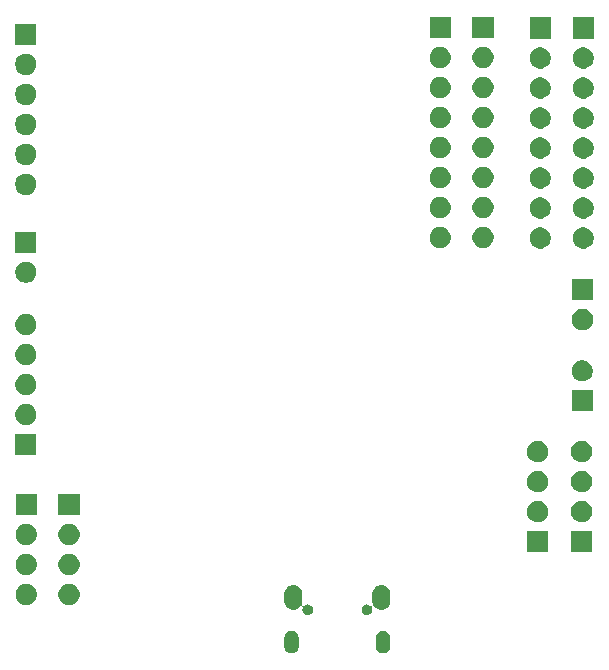
<source format=gbr>
G04 #@! TF.GenerationSoftware,KiCad,Pcbnew,5.1.5+dfsg1-2build2*
G04 #@! TF.CreationDate,2020-06-17T17:16:26+07:00*
G04 #@! TF.ProjectId,wrover_the_thesis,77726f76-6572-45f7-9468-655f74686573,rev?*
G04 #@! TF.SameCoordinates,Original*
G04 #@! TF.FileFunction,Soldermask,Bot*
G04 #@! TF.FilePolarity,Negative*
%FSLAX46Y46*%
G04 Gerber Fmt 4.6, Leading zero omitted, Abs format (unit mm)*
G04 Created by KiCad (PCBNEW 5.1.5+dfsg1-2build2) date 2020-06-17 17:16:26*
%MOMM*%
%LPD*%
G04 APERTURE LIST*
%ADD10C,0.100000*%
G04 APERTURE END LIST*
D10*
G36*
X65437714Y-97568058D02*
G01*
X65555721Y-97603855D01*
X65664468Y-97661981D01*
X65759790Y-97740210D01*
X65838019Y-97835532D01*
X65896145Y-97944278D01*
X65931942Y-98062285D01*
X65941000Y-98154254D01*
X65941000Y-98865746D01*
X65931942Y-98957715D01*
X65896145Y-99075722D01*
X65838019Y-99184468D01*
X65759790Y-99279790D01*
X65664468Y-99358019D01*
X65555722Y-99416145D01*
X65437715Y-99451942D01*
X65315000Y-99464028D01*
X65192286Y-99451942D01*
X65074279Y-99416145D01*
X64965533Y-99358019D01*
X64870211Y-99279790D01*
X64791982Y-99184468D01*
X64733855Y-99075721D01*
X64698058Y-98957715D01*
X64689000Y-98865746D01*
X64689000Y-98154255D01*
X64698058Y-98062286D01*
X64733855Y-97944279D01*
X64791981Y-97835532D01*
X64870210Y-97740210D01*
X64965532Y-97661981D01*
X65074278Y-97603855D01*
X65192285Y-97568058D01*
X65315000Y-97555972D01*
X65437714Y-97568058D01*
G37*
G36*
X73187714Y-97568058D02*
G01*
X73305721Y-97603855D01*
X73414468Y-97661981D01*
X73509790Y-97740210D01*
X73588019Y-97835532D01*
X73646145Y-97944278D01*
X73681942Y-98062285D01*
X73691000Y-98154254D01*
X73691000Y-98865746D01*
X73681942Y-98957715D01*
X73646145Y-99075722D01*
X73588019Y-99184468D01*
X73509790Y-99279790D01*
X73414468Y-99358019D01*
X73305722Y-99416145D01*
X73187715Y-99451942D01*
X73065000Y-99464028D01*
X72942286Y-99451942D01*
X72824279Y-99416145D01*
X72715533Y-99358019D01*
X72620211Y-99279790D01*
X72541982Y-99184468D01*
X72483855Y-99075721D01*
X72448058Y-98957715D01*
X72439000Y-98865746D01*
X72439000Y-98154255D01*
X72448058Y-98062286D01*
X72483855Y-97944279D01*
X72541981Y-97835532D01*
X72620210Y-97740210D01*
X72715532Y-97661981D01*
X72824278Y-97603855D01*
X72942285Y-97568058D01*
X73065000Y-97555972D01*
X73187714Y-97568058D01*
G37*
G36*
X73067120Y-93670228D02*
G01*
X73213401Y-93714602D01*
X73348206Y-93786657D01*
X73466367Y-93883628D01*
X73563345Y-94001796D01*
X73635398Y-94136598D01*
X73679772Y-94282879D01*
X73691000Y-94396882D01*
X73691000Y-95023118D01*
X73679772Y-95137121D01*
X73635398Y-95283402D01*
X73563345Y-95418204D01*
X73563343Y-95418206D01*
X73563342Y-95418208D01*
X73466369Y-95536369D01*
X73409707Y-95582871D01*
X73348204Y-95633345D01*
X73213402Y-95705398D01*
X73067121Y-95749772D01*
X72915000Y-95764754D01*
X72762880Y-95749772D01*
X72616599Y-95705398D01*
X72481797Y-95633345D01*
X72363628Y-95536366D01*
X72336711Y-95503568D01*
X72319384Y-95486241D01*
X72299009Y-95472627D01*
X72276370Y-95463250D01*
X72252337Y-95458470D01*
X72227833Y-95458470D01*
X72203800Y-95463251D01*
X72181161Y-95472628D01*
X72160787Y-95486242D01*
X72143460Y-95503569D01*
X72129846Y-95523944D01*
X72120469Y-95546583D01*
X72115689Y-95570616D01*
X72115689Y-95595120D01*
X72120470Y-95619153D01*
X72123510Y-95627648D01*
X72141000Y-95715579D01*
X72141000Y-95804421D01*
X72123669Y-95891552D01*
X72089672Y-95973627D01*
X72089671Y-95973629D01*
X72040314Y-96047496D01*
X71977496Y-96110314D01*
X71903629Y-96159671D01*
X71903628Y-96159672D01*
X71903627Y-96159672D01*
X71821552Y-96193669D01*
X71734421Y-96211000D01*
X71645579Y-96211000D01*
X71558448Y-96193669D01*
X71476373Y-96159672D01*
X71476372Y-96159672D01*
X71476371Y-96159671D01*
X71402504Y-96110314D01*
X71339686Y-96047496D01*
X71290329Y-95973629D01*
X71290328Y-95973627D01*
X71256331Y-95891552D01*
X71239000Y-95804421D01*
X71239000Y-95715579D01*
X71256331Y-95628448D01*
X71290328Y-95546373D01*
X71305315Y-95523944D01*
X71330507Y-95486241D01*
X71339685Y-95472505D01*
X71402505Y-95409685D01*
X71475014Y-95361236D01*
X71476371Y-95360329D01*
X71476373Y-95360328D01*
X71558448Y-95326331D01*
X71645579Y-95309000D01*
X71734421Y-95309000D01*
X71821552Y-95326331D01*
X71903627Y-95360328D01*
X71903629Y-95360329D01*
X71904986Y-95361236D01*
X71977495Y-95409685D01*
X71993048Y-95425238D01*
X72011990Y-95440783D01*
X72033601Y-95452334D01*
X72057050Y-95459447D01*
X72081436Y-95461849D01*
X72105822Y-95459447D01*
X72129271Y-95452334D01*
X72150882Y-95440783D01*
X72169824Y-95425238D01*
X72185369Y-95406296D01*
X72196920Y-95384685D01*
X72204033Y-95361236D01*
X72206435Y-95336850D01*
X72204033Y-95312464D01*
X72196920Y-95289015D01*
X72195204Y-95285386D01*
X72150228Y-95137121D01*
X72139000Y-95023118D01*
X72139000Y-94396883D01*
X72150228Y-94282880D01*
X72194602Y-94136599D01*
X72266657Y-94001794D01*
X72363628Y-93883633D01*
X72481796Y-93786655D01*
X72616598Y-93714602D01*
X72762879Y-93670228D01*
X72915000Y-93655246D01*
X73067120Y-93670228D01*
G37*
G36*
X65617120Y-93670228D02*
G01*
X65763401Y-93714602D01*
X65898206Y-93786657D01*
X66016367Y-93883628D01*
X66113345Y-94001796D01*
X66185398Y-94136598D01*
X66229772Y-94282879D01*
X66241000Y-94396882D01*
X66241000Y-95023118D01*
X66229772Y-95137121D01*
X66183598Y-95289336D01*
X66178948Y-95300561D01*
X66174167Y-95324595D01*
X66174167Y-95349099D01*
X66178946Y-95373132D01*
X66188323Y-95395771D01*
X66201936Y-95416146D01*
X66219263Y-95433473D01*
X66239637Y-95447088D01*
X66262275Y-95456466D01*
X66286309Y-95461247D01*
X66310813Y-95461247D01*
X66334846Y-95456468D01*
X66357485Y-95447091D01*
X66377860Y-95433478D01*
X66386952Y-95425238D01*
X66402505Y-95409685D01*
X66475014Y-95361236D01*
X66476371Y-95360329D01*
X66476373Y-95360328D01*
X66558448Y-95326331D01*
X66645579Y-95309000D01*
X66734421Y-95309000D01*
X66821552Y-95326331D01*
X66903627Y-95360328D01*
X66903629Y-95360329D01*
X66904986Y-95361236D01*
X66977495Y-95409685D01*
X67040315Y-95472505D01*
X67049493Y-95486241D01*
X67074686Y-95523944D01*
X67089672Y-95546373D01*
X67123669Y-95628448D01*
X67141000Y-95715579D01*
X67141000Y-95804421D01*
X67123669Y-95891552D01*
X67089672Y-95973627D01*
X67089671Y-95973629D01*
X67040314Y-96047496D01*
X66977496Y-96110314D01*
X66903629Y-96159671D01*
X66903628Y-96159672D01*
X66903627Y-96159672D01*
X66821552Y-96193669D01*
X66734421Y-96211000D01*
X66645579Y-96211000D01*
X66558448Y-96193669D01*
X66476373Y-96159672D01*
X66476372Y-96159672D01*
X66476371Y-96159671D01*
X66402504Y-96110314D01*
X66339686Y-96047496D01*
X66290329Y-95973629D01*
X66290328Y-95973627D01*
X66256331Y-95891552D01*
X66239000Y-95804421D01*
X66239000Y-95715579D01*
X66256807Y-95626054D01*
X66262510Y-95607257D01*
X66264912Y-95582871D01*
X66262511Y-95558485D01*
X66255398Y-95535036D01*
X66243847Y-95513425D01*
X66228302Y-95494483D01*
X66209361Y-95478937D01*
X66187750Y-95467386D01*
X66164301Y-95460272D01*
X66139915Y-95457870D01*
X66115529Y-95460271D01*
X66092080Y-95467384D01*
X66070469Y-95478935D01*
X66051527Y-95494480D01*
X66043288Y-95503570D01*
X66016372Y-95536367D01*
X65898204Y-95633345D01*
X65763402Y-95705398D01*
X65617121Y-95749772D01*
X65465000Y-95764754D01*
X65312880Y-95749772D01*
X65166599Y-95705398D01*
X65031797Y-95633345D01*
X64970295Y-95582871D01*
X64913632Y-95536369D01*
X64886714Y-95503570D01*
X64816657Y-95418206D01*
X64744601Y-95283400D01*
X64700228Y-95137121D01*
X64689000Y-95023118D01*
X64689000Y-94396883D01*
X64700228Y-94282880D01*
X64744602Y-94136599D01*
X64816657Y-94001794D01*
X64913628Y-93883633D01*
X65031796Y-93786655D01*
X65166598Y-93714602D01*
X65312879Y-93670228D01*
X65465000Y-93655246D01*
X65617120Y-93670228D01*
G37*
G36*
X46583512Y-93573927D02*
G01*
X46732812Y-93603624D01*
X46896784Y-93671544D01*
X47044354Y-93770147D01*
X47169853Y-93895646D01*
X47268456Y-94043216D01*
X47336376Y-94207188D01*
X47371000Y-94381259D01*
X47371000Y-94558741D01*
X47336376Y-94732812D01*
X47268456Y-94896784D01*
X47169853Y-95044354D01*
X47044354Y-95169853D01*
X46896784Y-95268456D01*
X46732812Y-95336376D01*
X46583512Y-95366073D01*
X46558742Y-95371000D01*
X46381258Y-95371000D01*
X46356488Y-95366073D01*
X46207188Y-95336376D01*
X46043216Y-95268456D01*
X45895646Y-95169853D01*
X45770147Y-95044354D01*
X45671544Y-94896784D01*
X45603624Y-94732812D01*
X45569000Y-94558741D01*
X45569000Y-94381259D01*
X45603624Y-94207188D01*
X45671544Y-94043216D01*
X45770147Y-93895646D01*
X45895646Y-93770147D01*
X46043216Y-93671544D01*
X46207188Y-93603624D01*
X46356488Y-93573927D01*
X46381258Y-93569000D01*
X46558742Y-93569000D01*
X46583512Y-93573927D01*
G37*
G36*
X42963512Y-93573927D02*
G01*
X43112812Y-93603624D01*
X43276784Y-93671544D01*
X43424354Y-93770147D01*
X43549853Y-93895646D01*
X43648456Y-94043216D01*
X43716376Y-94207188D01*
X43751000Y-94381259D01*
X43751000Y-94558741D01*
X43716376Y-94732812D01*
X43648456Y-94896784D01*
X43549853Y-95044354D01*
X43424354Y-95169853D01*
X43276784Y-95268456D01*
X43112812Y-95336376D01*
X42963512Y-95366073D01*
X42938742Y-95371000D01*
X42761258Y-95371000D01*
X42736488Y-95366073D01*
X42587188Y-95336376D01*
X42423216Y-95268456D01*
X42275646Y-95169853D01*
X42150147Y-95044354D01*
X42051544Y-94896784D01*
X41983624Y-94732812D01*
X41949000Y-94558741D01*
X41949000Y-94381259D01*
X41983624Y-94207188D01*
X42051544Y-94043216D01*
X42150147Y-93895646D01*
X42275646Y-93770147D01*
X42423216Y-93671544D01*
X42587188Y-93603624D01*
X42736488Y-93573927D01*
X42761258Y-93569000D01*
X42938742Y-93569000D01*
X42963512Y-93573927D01*
G37*
G36*
X42963512Y-91033927D02*
G01*
X43112812Y-91063624D01*
X43276784Y-91131544D01*
X43424354Y-91230147D01*
X43549853Y-91355646D01*
X43648456Y-91503216D01*
X43716376Y-91667188D01*
X43751000Y-91841259D01*
X43751000Y-92018741D01*
X43716376Y-92192812D01*
X43648456Y-92356784D01*
X43549853Y-92504354D01*
X43424354Y-92629853D01*
X43276784Y-92728456D01*
X43112812Y-92796376D01*
X42963512Y-92826073D01*
X42938742Y-92831000D01*
X42761258Y-92831000D01*
X42736488Y-92826073D01*
X42587188Y-92796376D01*
X42423216Y-92728456D01*
X42275646Y-92629853D01*
X42150147Y-92504354D01*
X42051544Y-92356784D01*
X41983624Y-92192812D01*
X41949000Y-92018741D01*
X41949000Y-91841259D01*
X41983624Y-91667188D01*
X42051544Y-91503216D01*
X42150147Y-91355646D01*
X42275646Y-91230147D01*
X42423216Y-91131544D01*
X42587188Y-91063624D01*
X42736488Y-91033927D01*
X42761258Y-91029000D01*
X42938742Y-91029000D01*
X42963512Y-91033927D01*
G37*
G36*
X46583512Y-91033927D02*
G01*
X46732812Y-91063624D01*
X46896784Y-91131544D01*
X47044354Y-91230147D01*
X47169853Y-91355646D01*
X47268456Y-91503216D01*
X47336376Y-91667188D01*
X47371000Y-91841259D01*
X47371000Y-92018741D01*
X47336376Y-92192812D01*
X47268456Y-92356784D01*
X47169853Y-92504354D01*
X47044354Y-92629853D01*
X46896784Y-92728456D01*
X46732812Y-92796376D01*
X46583512Y-92826073D01*
X46558742Y-92831000D01*
X46381258Y-92831000D01*
X46356488Y-92826073D01*
X46207188Y-92796376D01*
X46043216Y-92728456D01*
X45895646Y-92629853D01*
X45770147Y-92504354D01*
X45671544Y-92356784D01*
X45603624Y-92192812D01*
X45569000Y-92018741D01*
X45569000Y-91841259D01*
X45603624Y-91667188D01*
X45671544Y-91503216D01*
X45770147Y-91355646D01*
X45895646Y-91230147D01*
X46043216Y-91131544D01*
X46207188Y-91063624D01*
X46356488Y-91033927D01*
X46381258Y-91029000D01*
X46558742Y-91029000D01*
X46583512Y-91033927D01*
G37*
G36*
X87051000Y-90901000D02*
G01*
X85249000Y-90901000D01*
X85249000Y-89099000D01*
X87051000Y-89099000D01*
X87051000Y-90901000D01*
G37*
G36*
X90781000Y-90881000D02*
G01*
X88979000Y-90881000D01*
X88979000Y-89079000D01*
X90781000Y-89079000D01*
X90781000Y-90881000D01*
G37*
G36*
X46583512Y-88493927D02*
G01*
X46732812Y-88523624D01*
X46896784Y-88591544D01*
X47044354Y-88690147D01*
X47169853Y-88815646D01*
X47268456Y-88963216D01*
X47336376Y-89127188D01*
X47371000Y-89301259D01*
X47371000Y-89478741D01*
X47336376Y-89652812D01*
X47268456Y-89816784D01*
X47169853Y-89964354D01*
X47044354Y-90089853D01*
X46896784Y-90188456D01*
X46732812Y-90256376D01*
X46583512Y-90286073D01*
X46558742Y-90291000D01*
X46381258Y-90291000D01*
X46356488Y-90286073D01*
X46207188Y-90256376D01*
X46043216Y-90188456D01*
X45895646Y-90089853D01*
X45770147Y-89964354D01*
X45671544Y-89816784D01*
X45603624Y-89652812D01*
X45569000Y-89478741D01*
X45569000Y-89301259D01*
X45603624Y-89127188D01*
X45671544Y-88963216D01*
X45770147Y-88815646D01*
X45895646Y-88690147D01*
X46043216Y-88591544D01*
X46207188Y-88523624D01*
X46356488Y-88493927D01*
X46381258Y-88489000D01*
X46558742Y-88489000D01*
X46583512Y-88493927D01*
G37*
G36*
X42963512Y-88493927D02*
G01*
X43112812Y-88523624D01*
X43276784Y-88591544D01*
X43424354Y-88690147D01*
X43549853Y-88815646D01*
X43648456Y-88963216D01*
X43716376Y-89127188D01*
X43751000Y-89301259D01*
X43751000Y-89478741D01*
X43716376Y-89652812D01*
X43648456Y-89816784D01*
X43549853Y-89964354D01*
X43424354Y-90089853D01*
X43276784Y-90188456D01*
X43112812Y-90256376D01*
X42963512Y-90286073D01*
X42938742Y-90291000D01*
X42761258Y-90291000D01*
X42736488Y-90286073D01*
X42587188Y-90256376D01*
X42423216Y-90188456D01*
X42275646Y-90089853D01*
X42150147Y-89964354D01*
X42051544Y-89816784D01*
X41983624Y-89652812D01*
X41949000Y-89478741D01*
X41949000Y-89301259D01*
X41983624Y-89127188D01*
X42051544Y-88963216D01*
X42150147Y-88815646D01*
X42275646Y-88690147D01*
X42423216Y-88591544D01*
X42587188Y-88523624D01*
X42736488Y-88493927D01*
X42761258Y-88489000D01*
X42938742Y-88489000D01*
X42963512Y-88493927D01*
G37*
G36*
X86263512Y-86563927D02*
G01*
X86412812Y-86593624D01*
X86576784Y-86661544D01*
X86724354Y-86760147D01*
X86849853Y-86885646D01*
X86948456Y-87033216D01*
X87016376Y-87197188D01*
X87051000Y-87371259D01*
X87051000Y-87548741D01*
X87016376Y-87722812D01*
X86948456Y-87886784D01*
X86849853Y-88034354D01*
X86724354Y-88159853D01*
X86576784Y-88258456D01*
X86412812Y-88326376D01*
X86263512Y-88356073D01*
X86238742Y-88361000D01*
X86061258Y-88361000D01*
X86036488Y-88356073D01*
X85887188Y-88326376D01*
X85723216Y-88258456D01*
X85575646Y-88159853D01*
X85450147Y-88034354D01*
X85351544Y-87886784D01*
X85283624Y-87722812D01*
X85249000Y-87548741D01*
X85249000Y-87371259D01*
X85283624Y-87197188D01*
X85351544Y-87033216D01*
X85450147Y-86885646D01*
X85575646Y-86760147D01*
X85723216Y-86661544D01*
X85887188Y-86593624D01*
X86036488Y-86563927D01*
X86061258Y-86559000D01*
X86238742Y-86559000D01*
X86263512Y-86563927D01*
G37*
G36*
X89993512Y-86543927D02*
G01*
X90142812Y-86573624D01*
X90306784Y-86641544D01*
X90454354Y-86740147D01*
X90579853Y-86865646D01*
X90678456Y-87013216D01*
X90746376Y-87177188D01*
X90781000Y-87351259D01*
X90781000Y-87528741D01*
X90746376Y-87702812D01*
X90678456Y-87866784D01*
X90579853Y-88014354D01*
X90454354Y-88139853D01*
X90306784Y-88238456D01*
X90142812Y-88306376D01*
X89993512Y-88336073D01*
X89968742Y-88341000D01*
X89791258Y-88341000D01*
X89766488Y-88336073D01*
X89617188Y-88306376D01*
X89453216Y-88238456D01*
X89305646Y-88139853D01*
X89180147Y-88014354D01*
X89081544Y-87866784D01*
X89013624Y-87702812D01*
X88979000Y-87528741D01*
X88979000Y-87351259D01*
X89013624Y-87177188D01*
X89081544Y-87013216D01*
X89180147Y-86865646D01*
X89305646Y-86740147D01*
X89453216Y-86641544D01*
X89617188Y-86573624D01*
X89766488Y-86543927D01*
X89791258Y-86539000D01*
X89968742Y-86539000D01*
X89993512Y-86543927D01*
G37*
G36*
X43751000Y-87751000D02*
G01*
X41949000Y-87751000D01*
X41949000Y-85949000D01*
X43751000Y-85949000D01*
X43751000Y-87751000D01*
G37*
G36*
X47371000Y-87751000D02*
G01*
X45569000Y-87751000D01*
X45569000Y-85949000D01*
X47371000Y-85949000D01*
X47371000Y-87751000D01*
G37*
G36*
X86263512Y-84023927D02*
G01*
X86412812Y-84053624D01*
X86576784Y-84121544D01*
X86724354Y-84220147D01*
X86849853Y-84345646D01*
X86948456Y-84493216D01*
X87016376Y-84657188D01*
X87051000Y-84831259D01*
X87051000Y-85008741D01*
X87016376Y-85182812D01*
X86948456Y-85346784D01*
X86849853Y-85494354D01*
X86724354Y-85619853D01*
X86576784Y-85718456D01*
X86412812Y-85786376D01*
X86263512Y-85816073D01*
X86238742Y-85821000D01*
X86061258Y-85821000D01*
X86036488Y-85816073D01*
X85887188Y-85786376D01*
X85723216Y-85718456D01*
X85575646Y-85619853D01*
X85450147Y-85494354D01*
X85351544Y-85346784D01*
X85283624Y-85182812D01*
X85249000Y-85008741D01*
X85249000Y-84831259D01*
X85283624Y-84657188D01*
X85351544Y-84493216D01*
X85450147Y-84345646D01*
X85575646Y-84220147D01*
X85723216Y-84121544D01*
X85887188Y-84053624D01*
X86036488Y-84023927D01*
X86061258Y-84019000D01*
X86238742Y-84019000D01*
X86263512Y-84023927D01*
G37*
G36*
X89993512Y-84003927D02*
G01*
X90142812Y-84033624D01*
X90306784Y-84101544D01*
X90454354Y-84200147D01*
X90579853Y-84325646D01*
X90678456Y-84473216D01*
X90746376Y-84637188D01*
X90781000Y-84811259D01*
X90781000Y-84988741D01*
X90746376Y-85162812D01*
X90678456Y-85326784D01*
X90579853Y-85474354D01*
X90454354Y-85599853D01*
X90306784Y-85698456D01*
X90142812Y-85766376D01*
X89993512Y-85796073D01*
X89968742Y-85801000D01*
X89791258Y-85801000D01*
X89766488Y-85796073D01*
X89617188Y-85766376D01*
X89453216Y-85698456D01*
X89305646Y-85599853D01*
X89180147Y-85474354D01*
X89081544Y-85326784D01*
X89013624Y-85162812D01*
X88979000Y-84988741D01*
X88979000Y-84811259D01*
X89013624Y-84637188D01*
X89081544Y-84473216D01*
X89180147Y-84325646D01*
X89305646Y-84200147D01*
X89453216Y-84101544D01*
X89617188Y-84033624D01*
X89766488Y-84003927D01*
X89791258Y-83999000D01*
X89968742Y-83999000D01*
X89993512Y-84003927D01*
G37*
G36*
X86263512Y-81483927D02*
G01*
X86412812Y-81513624D01*
X86576784Y-81581544D01*
X86724354Y-81680147D01*
X86849853Y-81805646D01*
X86948456Y-81953216D01*
X87016376Y-82117188D01*
X87051000Y-82291259D01*
X87051000Y-82468741D01*
X87016376Y-82642812D01*
X86948456Y-82806784D01*
X86849853Y-82954354D01*
X86724354Y-83079853D01*
X86576784Y-83178456D01*
X86412812Y-83246376D01*
X86263512Y-83276073D01*
X86238742Y-83281000D01*
X86061258Y-83281000D01*
X86036488Y-83276073D01*
X85887188Y-83246376D01*
X85723216Y-83178456D01*
X85575646Y-83079853D01*
X85450147Y-82954354D01*
X85351544Y-82806784D01*
X85283624Y-82642812D01*
X85249000Y-82468741D01*
X85249000Y-82291259D01*
X85283624Y-82117188D01*
X85351544Y-81953216D01*
X85450147Y-81805646D01*
X85575646Y-81680147D01*
X85723216Y-81581544D01*
X85887188Y-81513624D01*
X86036488Y-81483927D01*
X86061258Y-81479000D01*
X86238742Y-81479000D01*
X86263512Y-81483927D01*
G37*
G36*
X89993512Y-81463927D02*
G01*
X90142812Y-81493624D01*
X90306784Y-81561544D01*
X90454354Y-81660147D01*
X90579853Y-81785646D01*
X90678456Y-81933216D01*
X90746376Y-82097188D01*
X90781000Y-82271259D01*
X90781000Y-82448741D01*
X90746376Y-82622812D01*
X90678456Y-82786784D01*
X90579853Y-82934354D01*
X90454354Y-83059853D01*
X90306784Y-83158456D01*
X90142812Y-83226376D01*
X89993512Y-83256073D01*
X89968742Y-83261000D01*
X89791258Y-83261000D01*
X89766488Y-83256073D01*
X89617188Y-83226376D01*
X89453216Y-83158456D01*
X89305646Y-83059853D01*
X89180147Y-82934354D01*
X89081544Y-82786784D01*
X89013624Y-82622812D01*
X88979000Y-82448741D01*
X88979000Y-82271259D01*
X89013624Y-82097188D01*
X89081544Y-81933216D01*
X89180147Y-81785646D01*
X89305646Y-81660147D01*
X89453216Y-81561544D01*
X89617188Y-81493624D01*
X89766488Y-81463927D01*
X89791258Y-81459000D01*
X89968742Y-81459000D01*
X89993512Y-81463927D01*
G37*
G36*
X43721000Y-82681000D02*
G01*
X41919000Y-82681000D01*
X41919000Y-80879000D01*
X43721000Y-80879000D01*
X43721000Y-82681000D01*
G37*
G36*
X42933512Y-78343927D02*
G01*
X43082812Y-78373624D01*
X43246784Y-78441544D01*
X43394354Y-78540147D01*
X43519853Y-78665646D01*
X43618456Y-78813216D01*
X43686376Y-78977188D01*
X43721000Y-79151259D01*
X43721000Y-79328741D01*
X43686376Y-79502812D01*
X43618456Y-79666784D01*
X43519853Y-79814354D01*
X43394354Y-79939853D01*
X43246784Y-80038456D01*
X43082812Y-80106376D01*
X42933512Y-80136073D01*
X42908742Y-80141000D01*
X42731258Y-80141000D01*
X42706488Y-80136073D01*
X42557188Y-80106376D01*
X42393216Y-80038456D01*
X42245646Y-79939853D01*
X42120147Y-79814354D01*
X42021544Y-79666784D01*
X41953624Y-79502812D01*
X41919000Y-79328741D01*
X41919000Y-79151259D01*
X41953624Y-78977188D01*
X42021544Y-78813216D01*
X42120147Y-78665646D01*
X42245646Y-78540147D01*
X42393216Y-78441544D01*
X42557188Y-78373624D01*
X42706488Y-78343927D01*
X42731258Y-78339000D01*
X42908742Y-78339000D01*
X42933512Y-78343927D01*
G37*
G36*
X90821000Y-78971000D02*
G01*
X89019000Y-78971000D01*
X89019000Y-77169000D01*
X90821000Y-77169000D01*
X90821000Y-78971000D01*
G37*
G36*
X42933512Y-75803927D02*
G01*
X43082812Y-75833624D01*
X43246784Y-75901544D01*
X43394354Y-76000147D01*
X43519853Y-76125646D01*
X43618456Y-76273216D01*
X43686376Y-76437188D01*
X43721000Y-76611259D01*
X43721000Y-76788741D01*
X43686376Y-76962812D01*
X43618456Y-77126784D01*
X43519853Y-77274354D01*
X43394354Y-77399853D01*
X43246784Y-77498456D01*
X43082812Y-77566376D01*
X42933512Y-77596073D01*
X42908742Y-77601000D01*
X42731258Y-77601000D01*
X42706488Y-77596073D01*
X42557188Y-77566376D01*
X42393216Y-77498456D01*
X42245646Y-77399853D01*
X42120147Y-77274354D01*
X42021544Y-77126784D01*
X41953624Y-76962812D01*
X41919000Y-76788741D01*
X41919000Y-76611259D01*
X41953624Y-76437188D01*
X42021544Y-76273216D01*
X42120147Y-76125646D01*
X42245646Y-76000147D01*
X42393216Y-75901544D01*
X42557188Y-75833624D01*
X42706488Y-75803927D01*
X42731258Y-75799000D01*
X42908742Y-75799000D01*
X42933512Y-75803927D01*
G37*
G36*
X90033512Y-74633927D02*
G01*
X90182812Y-74663624D01*
X90346784Y-74731544D01*
X90494354Y-74830147D01*
X90619853Y-74955646D01*
X90718456Y-75103216D01*
X90786376Y-75267188D01*
X90821000Y-75441259D01*
X90821000Y-75618741D01*
X90786376Y-75792812D01*
X90718456Y-75956784D01*
X90619853Y-76104354D01*
X90494354Y-76229853D01*
X90346784Y-76328456D01*
X90182812Y-76396376D01*
X90033512Y-76426073D01*
X90008742Y-76431000D01*
X89831258Y-76431000D01*
X89806488Y-76426073D01*
X89657188Y-76396376D01*
X89493216Y-76328456D01*
X89345646Y-76229853D01*
X89220147Y-76104354D01*
X89121544Y-75956784D01*
X89053624Y-75792812D01*
X89019000Y-75618741D01*
X89019000Y-75441259D01*
X89053624Y-75267188D01*
X89121544Y-75103216D01*
X89220147Y-74955646D01*
X89345646Y-74830147D01*
X89493216Y-74731544D01*
X89657188Y-74663624D01*
X89806488Y-74633927D01*
X89831258Y-74629000D01*
X90008742Y-74629000D01*
X90033512Y-74633927D01*
G37*
G36*
X42933512Y-73263927D02*
G01*
X43082812Y-73293624D01*
X43246784Y-73361544D01*
X43394354Y-73460147D01*
X43519853Y-73585646D01*
X43618456Y-73733216D01*
X43686376Y-73897188D01*
X43721000Y-74071259D01*
X43721000Y-74248741D01*
X43686376Y-74422812D01*
X43618456Y-74586784D01*
X43519853Y-74734354D01*
X43394354Y-74859853D01*
X43246784Y-74958456D01*
X43082812Y-75026376D01*
X42933512Y-75056073D01*
X42908742Y-75061000D01*
X42731258Y-75061000D01*
X42706488Y-75056073D01*
X42557188Y-75026376D01*
X42393216Y-74958456D01*
X42245646Y-74859853D01*
X42120147Y-74734354D01*
X42021544Y-74586784D01*
X41953624Y-74422812D01*
X41919000Y-74248741D01*
X41919000Y-74071259D01*
X41953624Y-73897188D01*
X42021544Y-73733216D01*
X42120147Y-73585646D01*
X42245646Y-73460147D01*
X42393216Y-73361544D01*
X42557188Y-73293624D01*
X42706488Y-73263927D01*
X42731258Y-73259000D01*
X42908742Y-73259000D01*
X42933512Y-73263927D01*
G37*
G36*
X42933512Y-70723927D02*
G01*
X43082812Y-70753624D01*
X43246784Y-70821544D01*
X43394354Y-70920147D01*
X43519853Y-71045646D01*
X43618456Y-71193216D01*
X43686376Y-71357188D01*
X43721000Y-71531259D01*
X43721000Y-71708741D01*
X43686376Y-71882812D01*
X43618456Y-72046784D01*
X43519853Y-72194354D01*
X43394354Y-72319853D01*
X43246784Y-72418456D01*
X43082812Y-72486376D01*
X42933512Y-72516073D01*
X42908742Y-72521000D01*
X42731258Y-72521000D01*
X42706488Y-72516073D01*
X42557188Y-72486376D01*
X42393216Y-72418456D01*
X42245646Y-72319853D01*
X42120147Y-72194354D01*
X42021544Y-72046784D01*
X41953624Y-71882812D01*
X41919000Y-71708741D01*
X41919000Y-71531259D01*
X41953624Y-71357188D01*
X42021544Y-71193216D01*
X42120147Y-71045646D01*
X42245646Y-70920147D01*
X42393216Y-70821544D01*
X42557188Y-70753624D01*
X42706488Y-70723927D01*
X42731258Y-70719000D01*
X42908742Y-70719000D01*
X42933512Y-70723927D01*
G37*
G36*
X90063512Y-70293927D02*
G01*
X90212812Y-70323624D01*
X90376784Y-70391544D01*
X90524354Y-70490147D01*
X90649853Y-70615646D01*
X90748456Y-70763216D01*
X90816376Y-70927188D01*
X90851000Y-71101259D01*
X90851000Y-71278741D01*
X90816376Y-71452812D01*
X90748456Y-71616784D01*
X90649853Y-71764354D01*
X90524354Y-71889853D01*
X90376784Y-71988456D01*
X90212812Y-72056376D01*
X90063512Y-72086073D01*
X90038742Y-72091000D01*
X89861258Y-72091000D01*
X89836488Y-72086073D01*
X89687188Y-72056376D01*
X89523216Y-71988456D01*
X89375646Y-71889853D01*
X89250147Y-71764354D01*
X89151544Y-71616784D01*
X89083624Y-71452812D01*
X89049000Y-71278741D01*
X89049000Y-71101259D01*
X89083624Y-70927188D01*
X89151544Y-70763216D01*
X89250147Y-70615646D01*
X89375646Y-70490147D01*
X89523216Y-70391544D01*
X89687188Y-70323624D01*
X89836488Y-70293927D01*
X89861258Y-70289000D01*
X90038742Y-70289000D01*
X90063512Y-70293927D01*
G37*
G36*
X90851000Y-69551000D02*
G01*
X89049000Y-69551000D01*
X89049000Y-67749000D01*
X90851000Y-67749000D01*
X90851000Y-69551000D01*
G37*
G36*
X42933512Y-66283927D02*
G01*
X43082812Y-66313624D01*
X43246784Y-66381544D01*
X43394354Y-66480147D01*
X43519853Y-66605646D01*
X43618456Y-66753216D01*
X43686376Y-66917188D01*
X43721000Y-67091259D01*
X43721000Y-67268741D01*
X43686376Y-67442812D01*
X43618456Y-67606784D01*
X43519853Y-67754354D01*
X43394354Y-67879853D01*
X43246784Y-67978456D01*
X43082812Y-68046376D01*
X42933512Y-68076073D01*
X42908742Y-68081000D01*
X42731258Y-68081000D01*
X42706488Y-68076073D01*
X42557188Y-68046376D01*
X42393216Y-67978456D01*
X42245646Y-67879853D01*
X42120147Y-67754354D01*
X42021544Y-67606784D01*
X41953624Y-67442812D01*
X41919000Y-67268741D01*
X41919000Y-67091259D01*
X41953624Y-66917188D01*
X42021544Y-66753216D01*
X42120147Y-66605646D01*
X42245646Y-66480147D01*
X42393216Y-66381544D01*
X42557188Y-66313624D01*
X42706488Y-66283927D01*
X42731258Y-66279000D01*
X42908742Y-66279000D01*
X42933512Y-66283927D01*
G37*
G36*
X43721000Y-65541000D02*
G01*
X41919000Y-65541000D01*
X41919000Y-63739000D01*
X43721000Y-63739000D01*
X43721000Y-65541000D01*
G37*
G36*
X90123512Y-63393927D02*
G01*
X90272812Y-63423624D01*
X90436784Y-63491544D01*
X90584354Y-63590147D01*
X90709853Y-63715646D01*
X90808456Y-63863216D01*
X90876376Y-64027188D01*
X90911000Y-64201259D01*
X90911000Y-64378741D01*
X90876376Y-64552812D01*
X90808456Y-64716784D01*
X90709853Y-64864354D01*
X90584354Y-64989853D01*
X90436784Y-65088456D01*
X90272812Y-65156376D01*
X90123512Y-65186073D01*
X90098742Y-65191000D01*
X89921258Y-65191000D01*
X89896488Y-65186073D01*
X89747188Y-65156376D01*
X89583216Y-65088456D01*
X89435646Y-64989853D01*
X89310147Y-64864354D01*
X89211544Y-64716784D01*
X89143624Y-64552812D01*
X89109000Y-64378741D01*
X89109000Y-64201259D01*
X89143624Y-64027188D01*
X89211544Y-63863216D01*
X89310147Y-63715646D01*
X89435646Y-63590147D01*
X89583216Y-63491544D01*
X89747188Y-63423624D01*
X89896488Y-63393927D01*
X89921258Y-63389000D01*
X90098742Y-63389000D01*
X90123512Y-63393927D01*
G37*
G36*
X86483512Y-63393927D02*
G01*
X86632812Y-63423624D01*
X86796784Y-63491544D01*
X86944354Y-63590147D01*
X87069853Y-63715646D01*
X87168456Y-63863216D01*
X87236376Y-64027188D01*
X87271000Y-64201259D01*
X87271000Y-64378741D01*
X87236376Y-64552812D01*
X87168456Y-64716784D01*
X87069853Y-64864354D01*
X86944354Y-64989853D01*
X86796784Y-65088456D01*
X86632812Y-65156376D01*
X86483512Y-65186073D01*
X86458742Y-65191000D01*
X86281258Y-65191000D01*
X86256488Y-65186073D01*
X86107188Y-65156376D01*
X85943216Y-65088456D01*
X85795646Y-64989853D01*
X85670147Y-64864354D01*
X85571544Y-64716784D01*
X85503624Y-64552812D01*
X85469000Y-64378741D01*
X85469000Y-64201259D01*
X85503624Y-64027188D01*
X85571544Y-63863216D01*
X85670147Y-63715646D01*
X85795646Y-63590147D01*
X85943216Y-63491544D01*
X86107188Y-63423624D01*
X86256488Y-63393927D01*
X86281258Y-63389000D01*
X86458742Y-63389000D01*
X86483512Y-63393927D01*
G37*
G36*
X78013512Y-63353927D02*
G01*
X78162812Y-63383624D01*
X78326784Y-63451544D01*
X78474354Y-63550147D01*
X78599853Y-63675646D01*
X78698456Y-63823216D01*
X78766376Y-63987188D01*
X78801000Y-64161259D01*
X78801000Y-64338741D01*
X78766376Y-64512812D01*
X78698456Y-64676784D01*
X78599853Y-64824354D01*
X78474354Y-64949853D01*
X78326784Y-65048456D01*
X78162812Y-65116376D01*
X78013512Y-65146073D01*
X77988742Y-65151000D01*
X77811258Y-65151000D01*
X77786488Y-65146073D01*
X77637188Y-65116376D01*
X77473216Y-65048456D01*
X77325646Y-64949853D01*
X77200147Y-64824354D01*
X77101544Y-64676784D01*
X77033624Y-64512812D01*
X76999000Y-64338741D01*
X76999000Y-64161259D01*
X77033624Y-63987188D01*
X77101544Y-63823216D01*
X77200147Y-63675646D01*
X77325646Y-63550147D01*
X77473216Y-63451544D01*
X77637188Y-63383624D01*
X77786488Y-63353927D01*
X77811258Y-63349000D01*
X77988742Y-63349000D01*
X78013512Y-63353927D01*
G37*
G36*
X81643512Y-63343927D02*
G01*
X81792812Y-63373624D01*
X81956784Y-63441544D01*
X82104354Y-63540147D01*
X82229853Y-63665646D01*
X82328456Y-63813216D01*
X82396376Y-63977188D01*
X82431000Y-64151259D01*
X82431000Y-64328741D01*
X82396376Y-64502812D01*
X82328456Y-64666784D01*
X82229853Y-64814354D01*
X82104354Y-64939853D01*
X81956784Y-65038456D01*
X81792812Y-65106376D01*
X81643512Y-65136073D01*
X81618742Y-65141000D01*
X81441258Y-65141000D01*
X81416488Y-65136073D01*
X81267188Y-65106376D01*
X81103216Y-65038456D01*
X80955646Y-64939853D01*
X80830147Y-64814354D01*
X80731544Y-64666784D01*
X80663624Y-64502812D01*
X80629000Y-64328741D01*
X80629000Y-64151259D01*
X80663624Y-63977188D01*
X80731544Y-63813216D01*
X80830147Y-63665646D01*
X80955646Y-63540147D01*
X81103216Y-63441544D01*
X81267188Y-63373624D01*
X81416488Y-63343927D01*
X81441258Y-63339000D01*
X81618742Y-63339000D01*
X81643512Y-63343927D01*
G37*
G36*
X90123512Y-60853927D02*
G01*
X90272812Y-60883624D01*
X90436784Y-60951544D01*
X90584354Y-61050147D01*
X90709853Y-61175646D01*
X90808456Y-61323216D01*
X90876376Y-61487188D01*
X90911000Y-61661259D01*
X90911000Y-61838741D01*
X90876376Y-62012812D01*
X90808456Y-62176784D01*
X90709853Y-62324354D01*
X90584354Y-62449853D01*
X90436784Y-62548456D01*
X90272812Y-62616376D01*
X90123512Y-62646073D01*
X90098742Y-62651000D01*
X89921258Y-62651000D01*
X89896488Y-62646073D01*
X89747188Y-62616376D01*
X89583216Y-62548456D01*
X89435646Y-62449853D01*
X89310147Y-62324354D01*
X89211544Y-62176784D01*
X89143624Y-62012812D01*
X89109000Y-61838741D01*
X89109000Y-61661259D01*
X89143624Y-61487188D01*
X89211544Y-61323216D01*
X89310147Y-61175646D01*
X89435646Y-61050147D01*
X89583216Y-60951544D01*
X89747188Y-60883624D01*
X89896488Y-60853927D01*
X89921258Y-60849000D01*
X90098742Y-60849000D01*
X90123512Y-60853927D01*
G37*
G36*
X86483512Y-60853927D02*
G01*
X86632812Y-60883624D01*
X86796784Y-60951544D01*
X86944354Y-61050147D01*
X87069853Y-61175646D01*
X87168456Y-61323216D01*
X87236376Y-61487188D01*
X87271000Y-61661259D01*
X87271000Y-61838741D01*
X87236376Y-62012812D01*
X87168456Y-62176784D01*
X87069853Y-62324354D01*
X86944354Y-62449853D01*
X86796784Y-62548456D01*
X86632812Y-62616376D01*
X86483512Y-62646073D01*
X86458742Y-62651000D01*
X86281258Y-62651000D01*
X86256488Y-62646073D01*
X86107188Y-62616376D01*
X85943216Y-62548456D01*
X85795646Y-62449853D01*
X85670147Y-62324354D01*
X85571544Y-62176784D01*
X85503624Y-62012812D01*
X85469000Y-61838741D01*
X85469000Y-61661259D01*
X85503624Y-61487188D01*
X85571544Y-61323216D01*
X85670147Y-61175646D01*
X85795646Y-61050147D01*
X85943216Y-60951544D01*
X86107188Y-60883624D01*
X86256488Y-60853927D01*
X86281258Y-60849000D01*
X86458742Y-60849000D01*
X86483512Y-60853927D01*
G37*
G36*
X78013512Y-60813927D02*
G01*
X78162812Y-60843624D01*
X78326784Y-60911544D01*
X78474354Y-61010147D01*
X78599853Y-61135646D01*
X78698456Y-61283216D01*
X78766376Y-61447188D01*
X78801000Y-61621259D01*
X78801000Y-61798741D01*
X78766376Y-61972812D01*
X78698456Y-62136784D01*
X78599853Y-62284354D01*
X78474354Y-62409853D01*
X78326784Y-62508456D01*
X78162812Y-62576376D01*
X78013512Y-62606073D01*
X77988742Y-62611000D01*
X77811258Y-62611000D01*
X77786488Y-62606073D01*
X77637188Y-62576376D01*
X77473216Y-62508456D01*
X77325646Y-62409853D01*
X77200147Y-62284354D01*
X77101544Y-62136784D01*
X77033624Y-61972812D01*
X76999000Y-61798741D01*
X76999000Y-61621259D01*
X77033624Y-61447188D01*
X77101544Y-61283216D01*
X77200147Y-61135646D01*
X77325646Y-61010147D01*
X77473216Y-60911544D01*
X77637188Y-60843624D01*
X77786488Y-60813927D01*
X77811258Y-60809000D01*
X77988742Y-60809000D01*
X78013512Y-60813927D01*
G37*
G36*
X81643512Y-60803927D02*
G01*
X81792812Y-60833624D01*
X81956784Y-60901544D01*
X82104354Y-61000147D01*
X82229853Y-61125646D01*
X82328456Y-61273216D01*
X82396376Y-61437188D01*
X82431000Y-61611259D01*
X82431000Y-61788741D01*
X82396376Y-61962812D01*
X82328456Y-62126784D01*
X82229853Y-62274354D01*
X82104354Y-62399853D01*
X81956784Y-62498456D01*
X81792812Y-62566376D01*
X81643512Y-62596073D01*
X81618742Y-62601000D01*
X81441258Y-62601000D01*
X81416488Y-62596073D01*
X81267188Y-62566376D01*
X81103216Y-62498456D01*
X80955646Y-62399853D01*
X80830147Y-62274354D01*
X80731544Y-62126784D01*
X80663624Y-61962812D01*
X80629000Y-61788741D01*
X80629000Y-61611259D01*
X80663624Y-61437188D01*
X80731544Y-61273216D01*
X80830147Y-61125646D01*
X80955646Y-61000147D01*
X81103216Y-60901544D01*
X81267188Y-60833624D01*
X81416488Y-60803927D01*
X81441258Y-60799000D01*
X81618742Y-60799000D01*
X81643512Y-60803927D01*
G37*
G36*
X42923512Y-58843927D02*
G01*
X43072812Y-58873624D01*
X43236784Y-58941544D01*
X43384354Y-59040147D01*
X43509853Y-59165646D01*
X43608456Y-59313216D01*
X43676376Y-59477188D01*
X43706073Y-59626488D01*
X43708121Y-59636782D01*
X43711000Y-59651259D01*
X43711000Y-59828741D01*
X43676376Y-60002812D01*
X43608456Y-60166784D01*
X43509853Y-60314354D01*
X43384354Y-60439853D01*
X43236784Y-60538456D01*
X43072812Y-60606376D01*
X42923512Y-60636073D01*
X42898742Y-60641000D01*
X42721258Y-60641000D01*
X42696488Y-60636073D01*
X42547188Y-60606376D01*
X42383216Y-60538456D01*
X42235646Y-60439853D01*
X42110147Y-60314354D01*
X42011544Y-60166784D01*
X41943624Y-60002812D01*
X41909000Y-59828741D01*
X41909000Y-59651259D01*
X41911880Y-59636782D01*
X41913927Y-59626488D01*
X41943624Y-59477188D01*
X42011544Y-59313216D01*
X42110147Y-59165646D01*
X42235646Y-59040147D01*
X42383216Y-58941544D01*
X42547188Y-58873624D01*
X42696488Y-58843927D01*
X42721258Y-58839000D01*
X42898742Y-58839000D01*
X42923512Y-58843927D01*
G37*
G36*
X86483512Y-58313927D02*
G01*
X86632812Y-58343624D01*
X86796784Y-58411544D01*
X86944354Y-58510147D01*
X87069853Y-58635646D01*
X87168456Y-58783216D01*
X87236376Y-58947188D01*
X87263044Y-59081259D01*
X87271000Y-59121258D01*
X87271000Y-59298742D01*
X87266073Y-59323512D01*
X87236376Y-59472812D01*
X87168456Y-59636784D01*
X87069853Y-59784354D01*
X86944354Y-59909853D01*
X86796784Y-60008456D01*
X86632812Y-60076376D01*
X86483512Y-60106073D01*
X86458742Y-60111000D01*
X86281258Y-60111000D01*
X86256488Y-60106073D01*
X86107188Y-60076376D01*
X85943216Y-60008456D01*
X85795646Y-59909853D01*
X85670147Y-59784354D01*
X85571544Y-59636784D01*
X85503624Y-59472812D01*
X85473927Y-59323512D01*
X85469000Y-59298742D01*
X85469000Y-59121258D01*
X85476956Y-59081259D01*
X85503624Y-58947188D01*
X85571544Y-58783216D01*
X85670147Y-58635646D01*
X85795646Y-58510147D01*
X85943216Y-58411544D01*
X86107188Y-58343624D01*
X86256488Y-58313927D01*
X86281258Y-58309000D01*
X86458742Y-58309000D01*
X86483512Y-58313927D01*
G37*
G36*
X90123512Y-58313927D02*
G01*
X90272812Y-58343624D01*
X90436784Y-58411544D01*
X90584354Y-58510147D01*
X90709853Y-58635646D01*
X90808456Y-58783216D01*
X90876376Y-58947188D01*
X90903044Y-59081259D01*
X90911000Y-59121258D01*
X90911000Y-59298742D01*
X90906073Y-59323512D01*
X90876376Y-59472812D01*
X90808456Y-59636784D01*
X90709853Y-59784354D01*
X90584354Y-59909853D01*
X90436784Y-60008456D01*
X90272812Y-60076376D01*
X90123512Y-60106073D01*
X90098742Y-60111000D01*
X89921258Y-60111000D01*
X89896488Y-60106073D01*
X89747188Y-60076376D01*
X89583216Y-60008456D01*
X89435646Y-59909853D01*
X89310147Y-59784354D01*
X89211544Y-59636784D01*
X89143624Y-59472812D01*
X89113927Y-59323512D01*
X89109000Y-59298742D01*
X89109000Y-59121258D01*
X89116956Y-59081259D01*
X89143624Y-58947188D01*
X89211544Y-58783216D01*
X89310147Y-58635646D01*
X89435646Y-58510147D01*
X89583216Y-58411544D01*
X89747188Y-58343624D01*
X89896488Y-58313927D01*
X89921258Y-58309000D01*
X90098742Y-58309000D01*
X90123512Y-58313927D01*
G37*
G36*
X78013512Y-58273927D02*
G01*
X78162812Y-58303624D01*
X78326784Y-58371544D01*
X78474354Y-58470147D01*
X78599853Y-58595646D01*
X78698456Y-58743216D01*
X78766376Y-58907188D01*
X78801000Y-59081259D01*
X78801000Y-59258741D01*
X78766376Y-59432812D01*
X78698456Y-59596784D01*
X78599853Y-59744354D01*
X78474354Y-59869853D01*
X78326784Y-59968456D01*
X78162812Y-60036376D01*
X78013512Y-60066073D01*
X77988742Y-60071000D01*
X77811258Y-60071000D01*
X77786488Y-60066073D01*
X77637188Y-60036376D01*
X77473216Y-59968456D01*
X77325646Y-59869853D01*
X77200147Y-59744354D01*
X77101544Y-59596784D01*
X77033624Y-59432812D01*
X76999000Y-59258741D01*
X76999000Y-59081259D01*
X77033624Y-58907188D01*
X77101544Y-58743216D01*
X77200147Y-58595646D01*
X77325646Y-58470147D01*
X77473216Y-58371544D01*
X77637188Y-58303624D01*
X77786488Y-58273927D01*
X77811258Y-58269000D01*
X77988742Y-58269000D01*
X78013512Y-58273927D01*
G37*
G36*
X81643512Y-58263927D02*
G01*
X81792812Y-58293624D01*
X81956784Y-58361544D01*
X82104354Y-58460147D01*
X82229853Y-58585646D01*
X82328456Y-58733216D01*
X82396376Y-58897188D01*
X82431000Y-59071259D01*
X82431000Y-59248741D01*
X82396376Y-59422812D01*
X82328456Y-59586784D01*
X82229853Y-59734354D01*
X82104354Y-59859853D01*
X81956784Y-59958456D01*
X81792812Y-60026376D01*
X81643512Y-60056073D01*
X81618742Y-60061000D01*
X81441258Y-60061000D01*
X81416488Y-60056073D01*
X81267188Y-60026376D01*
X81103216Y-59958456D01*
X80955646Y-59859853D01*
X80830147Y-59734354D01*
X80731544Y-59586784D01*
X80663624Y-59422812D01*
X80629000Y-59248741D01*
X80629000Y-59071259D01*
X80663624Y-58897188D01*
X80731544Y-58733216D01*
X80830147Y-58585646D01*
X80955646Y-58460147D01*
X81103216Y-58361544D01*
X81267188Y-58293624D01*
X81416488Y-58263927D01*
X81441258Y-58259000D01*
X81618742Y-58259000D01*
X81643512Y-58263927D01*
G37*
G36*
X42923512Y-56303927D02*
G01*
X43072812Y-56333624D01*
X43236784Y-56401544D01*
X43384354Y-56500147D01*
X43509853Y-56625646D01*
X43608456Y-56773216D01*
X43676376Y-56937188D01*
X43706073Y-57086488D01*
X43708121Y-57096782D01*
X43711000Y-57111259D01*
X43711000Y-57288741D01*
X43676376Y-57462812D01*
X43608456Y-57626784D01*
X43509853Y-57774354D01*
X43384354Y-57899853D01*
X43236784Y-57998456D01*
X43072812Y-58066376D01*
X42923512Y-58096073D01*
X42898742Y-58101000D01*
X42721258Y-58101000D01*
X42696488Y-58096073D01*
X42547188Y-58066376D01*
X42383216Y-57998456D01*
X42235646Y-57899853D01*
X42110147Y-57774354D01*
X42011544Y-57626784D01*
X41943624Y-57462812D01*
X41909000Y-57288741D01*
X41909000Y-57111259D01*
X41911880Y-57096782D01*
X41913927Y-57086488D01*
X41943624Y-56937188D01*
X42011544Y-56773216D01*
X42110147Y-56625646D01*
X42235646Y-56500147D01*
X42383216Y-56401544D01*
X42547188Y-56333624D01*
X42696488Y-56303927D01*
X42721258Y-56299000D01*
X42898742Y-56299000D01*
X42923512Y-56303927D01*
G37*
G36*
X86483512Y-55773927D02*
G01*
X86632812Y-55803624D01*
X86796784Y-55871544D01*
X86944354Y-55970147D01*
X87069853Y-56095646D01*
X87168456Y-56243216D01*
X87236376Y-56407188D01*
X87263044Y-56541259D01*
X87271000Y-56581258D01*
X87271000Y-56758742D01*
X87266073Y-56783512D01*
X87236376Y-56932812D01*
X87168456Y-57096784D01*
X87069853Y-57244354D01*
X86944354Y-57369853D01*
X86796784Y-57468456D01*
X86632812Y-57536376D01*
X86483512Y-57566073D01*
X86458742Y-57571000D01*
X86281258Y-57571000D01*
X86256488Y-57566073D01*
X86107188Y-57536376D01*
X85943216Y-57468456D01*
X85795646Y-57369853D01*
X85670147Y-57244354D01*
X85571544Y-57096784D01*
X85503624Y-56932812D01*
X85473927Y-56783512D01*
X85469000Y-56758742D01*
X85469000Y-56581258D01*
X85476956Y-56541259D01*
X85503624Y-56407188D01*
X85571544Y-56243216D01*
X85670147Y-56095646D01*
X85795646Y-55970147D01*
X85943216Y-55871544D01*
X86107188Y-55803624D01*
X86256488Y-55773927D01*
X86281258Y-55769000D01*
X86458742Y-55769000D01*
X86483512Y-55773927D01*
G37*
G36*
X90123512Y-55773927D02*
G01*
X90272812Y-55803624D01*
X90436784Y-55871544D01*
X90584354Y-55970147D01*
X90709853Y-56095646D01*
X90808456Y-56243216D01*
X90876376Y-56407188D01*
X90903044Y-56541259D01*
X90911000Y-56581258D01*
X90911000Y-56758742D01*
X90906073Y-56783512D01*
X90876376Y-56932812D01*
X90808456Y-57096784D01*
X90709853Y-57244354D01*
X90584354Y-57369853D01*
X90436784Y-57468456D01*
X90272812Y-57536376D01*
X90123512Y-57566073D01*
X90098742Y-57571000D01*
X89921258Y-57571000D01*
X89896488Y-57566073D01*
X89747188Y-57536376D01*
X89583216Y-57468456D01*
X89435646Y-57369853D01*
X89310147Y-57244354D01*
X89211544Y-57096784D01*
X89143624Y-56932812D01*
X89113927Y-56783512D01*
X89109000Y-56758742D01*
X89109000Y-56581258D01*
X89116956Y-56541259D01*
X89143624Y-56407188D01*
X89211544Y-56243216D01*
X89310147Y-56095646D01*
X89435646Y-55970147D01*
X89583216Y-55871544D01*
X89747188Y-55803624D01*
X89896488Y-55773927D01*
X89921258Y-55769000D01*
X90098742Y-55769000D01*
X90123512Y-55773927D01*
G37*
G36*
X78013512Y-55733927D02*
G01*
X78162812Y-55763624D01*
X78326784Y-55831544D01*
X78474354Y-55930147D01*
X78599853Y-56055646D01*
X78698456Y-56203216D01*
X78766376Y-56367188D01*
X78801000Y-56541259D01*
X78801000Y-56718741D01*
X78766376Y-56892812D01*
X78698456Y-57056784D01*
X78599853Y-57204354D01*
X78474354Y-57329853D01*
X78326784Y-57428456D01*
X78162812Y-57496376D01*
X78013512Y-57526073D01*
X77988742Y-57531000D01*
X77811258Y-57531000D01*
X77786488Y-57526073D01*
X77637188Y-57496376D01*
X77473216Y-57428456D01*
X77325646Y-57329853D01*
X77200147Y-57204354D01*
X77101544Y-57056784D01*
X77033624Y-56892812D01*
X76999000Y-56718741D01*
X76999000Y-56541259D01*
X77033624Y-56367188D01*
X77101544Y-56203216D01*
X77200147Y-56055646D01*
X77325646Y-55930147D01*
X77473216Y-55831544D01*
X77637188Y-55763624D01*
X77786488Y-55733927D01*
X77811258Y-55729000D01*
X77988742Y-55729000D01*
X78013512Y-55733927D01*
G37*
G36*
X81643512Y-55723927D02*
G01*
X81792812Y-55753624D01*
X81956784Y-55821544D01*
X82104354Y-55920147D01*
X82229853Y-56045646D01*
X82328456Y-56193216D01*
X82396376Y-56357188D01*
X82431000Y-56531259D01*
X82431000Y-56708741D01*
X82396376Y-56882812D01*
X82328456Y-57046784D01*
X82229853Y-57194354D01*
X82104354Y-57319853D01*
X81956784Y-57418456D01*
X81792812Y-57486376D01*
X81643512Y-57516073D01*
X81618742Y-57521000D01*
X81441258Y-57521000D01*
X81416488Y-57516073D01*
X81267188Y-57486376D01*
X81103216Y-57418456D01*
X80955646Y-57319853D01*
X80830147Y-57194354D01*
X80731544Y-57046784D01*
X80663624Y-56882812D01*
X80629000Y-56708741D01*
X80629000Y-56531259D01*
X80663624Y-56357188D01*
X80731544Y-56193216D01*
X80830147Y-56045646D01*
X80955646Y-55920147D01*
X81103216Y-55821544D01*
X81267188Y-55753624D01*
X81416488Y-55723927D01*
X81441258Y-55719000D01*
X81618742Y-55719000D01*
X81643512Y-55723927D01*
G37*
G36*
X42923512Y-53763927D02*
G01*
X43072812Y-53793624D01*
X43236784Y-53861544D01*
X43384354Y-53960147D01*
X43509853Y-54085646D01*
X43608456Y-54233216D01*
X43676376Y-54397188D01*
X43706073Y-54546488D01*
X43708121Y-54556782D01*
X43711000Y-54571259D01*
X43711000Y-54748741D01*
X43676376Y-54922812D01*
X43608456Y-55086784D01*
X43509853Y-55234354D01*
X43384354Y-55359853D01*
X43236784Y-55458456D01*
X43072812Y-55526376D01*
X42923512Y-55556073D01*
X42898742Y-55561000D01*
X42721258Y-55561000D01*
X42696488Y-55556073D01*
X42547188Y-55526376D01*
X42383216Y-55458456D01*
X42235646Y-55359853D01*
X42110147Y-55234354D01*
X42011544Y-55086784D01*
X41943624Y-54922812D01*
X41909000Y-54748741D01*
X41909000Y-54571259D01*
X41911880Y-54556782D01*
X41913927Y-54546488D01*
X41943624Y-54397188D01*
X42011544Y-54233216D01*
X42110147Y-54085646D01*
X42235646Y-53960147D01*
X42383216Y-53861544D01*
X42547188Y-53793624D01*
X42696488Y-53763927D01*
X42721258Y-53759000D01*
X42898742Y-53759000D01*
X42923512Y-53763927D01*
G37*
G36*
X90123512Y-53233927D02*
G01*
X90272812Y-53263624D01*
X90436784Y-53331544D01*
X90584354Y-53430147D01*
X90709853Y-53555646D01*
X90808456Y-53703216D01*
X90876376Y-53867188D01*
X90903044Y-54001259D01*
X90911000Y-54041258D01*
X90911000Y-54218742D01*
X90906073Y-54243512D01*
X90876376Y-54392812D01*
X90808456Y-54556784D01*
X90709853Y-54704354D01*
X90584354Y-54829853D01*
X90436784Y-54928456D01*
X90272812Y-54996376D01*
X90123512Y-55026073D01*
X90098742Y-55031000D01*
X89921258Y-55031000D01*
X89896488Y-55026073D01*
X89747188Y-54996376D01*
X89583216Y-54928456D01*
X89435646Y-54829853D01*
X89310147Y-54704354D01*
X89211544Y-54556784D01*
X89143624Y-54392812D01*
X89113927Y-54243512D01*
X89109000Y-54218742D01*
X89109000Y-54041258D01*
X89116956Y-54001259D01*
X89143624Y-53867188D01*
X89211544Y-53703216D01*
X89310147Y-53555646D01*
X89435646Y-53430147D01*
X89583216Y-53331544D01*
X89747188Y-53263624D01*
X89896488Y-53233927D01*
X89921258Y-53229000D01*
X90098742Y-53229000D01*
X90123512Y-53233927D01*
G37*
G36*
X86483512Y-53233927D02*
G01*
X86632812Y-53263624D01*
X86796784Y-53331544D01*
X86944354Y-53430147D01*
X87069853Y-53555646D01*
X87168456Y-53703216D01*
X87236376Y-53867188D01*
X87263044Y-54001259D01*
X87271000Y-54041258D01*
X87271000Y-54218742D01*
X87266073Y-54243512D01*
X87236376Y-54392812D01*
X87168456Y-54556784D01*
X87069853Y-54704354D01*
X86944354Y-54829853D01*
X86796784Y-54928456D01*
X86632812Y-54996376D01*
X86483512Y-55026073D01*
X86458742Y-55031000D01*
X86281258Y-55031000D01*
X86256488Y-55026073D01*
X86107188Y-54996376D01*
X85943216Y-54928456D01*
X85795646Y-54829853D01*
X85670147Y-54704354D01*
X85571544Y-54556784D01*
X85503624Y-54392812D01*
X85473927Y-54243512D01*
X85469000Y-54218742D01*
X85469000Y-54041258D01*
X85476956Y-54001259D01*
X85503624Y-53867188D01*
X85571544Y-53703216D01*
X85670147Y-53555646D01*
X85795646Y-53430147D01*
X85943216Y-53331544D01*
X86107188Y-53263624D01*
X86256488Y-53233927D01*
X86281258Y-53229000D01*
X86458742Y-53229000D01*
X86483512Y-53233927D01*
G37*
G36*
X78013512Y-53193927D02*
G01*
X78162812Y-53223624D01*
X78326784Y-53291544D01*
X78474354Y-53390147D01*
X78599853Y-53515646D01*
X78698456Y-53663216D01*
X78766376Y-53827188D01*
X78801000Y-54001259D01*
X78801000Y-54178741D01*
X78766376Y-54352812D01*
X78698456Y-54516784D01*
X78599853Y-54664354D01*
X78474354Y-54789853D01*
X78326784Y-54888456D01*
X78162812Y-54956376D01*
X78013512Y-54986073D01*
X77988742Y-54991000D01*
X77811258Y-54991000D01*
X77786488Y-54986073D01*
X77637188Y-54956376D01*
X77473216Y-54888456D01*
X77325646Y-54789853D01*
X77200147Y-54664354D01*
X77101544Y-54516784D01*
X77033624Y-54352812D01*
X76999000Y-54178741D01*
X76999000Y-54001259D01*
X77033624Y-53827188D01*
X77101544Y-53663216D01*
X77200147Y-53515646D01*
X77325646Y-53390147D01*
X77473216Y-53291544D01*
X77637188Y-53223624D01*
X77786488Y-53193927D01*
X77811258Y-53189000D01*
X77988742Y-53189000D01*
X78013512Y-53193927D01*
G37*
G36*
X81643512Y-53183927D02*
G01*
X81792812Y-53213624D01*
X81956784Y-53281544D01*
X82104354Y-53380147D01*
X82229853Y-53505646D01*
X82328456Y-53653216D01*
X82396376Y-53817188D01*
X82431000Y-53991259D01*
X82431000Y-54168741D01*
X82396376Y-54342812D01*
X82328456Y-54506784D01*
X82229853Y-54654354D01*
X82104354Y-54779853D01*
X81956784Y-54878456D01*
X81792812Y-54946376D01*
X81643512Y-54976073D01*
X81618742Y-54981000D01*
X81441258Y-54981000D01*
X81416488Y-54976073D01*
X81267188Y-54946376D01*
X81103216Y-54878456D01*
X80955646Y-54779853D01*
X80830147Y-54654354D01*
X80731544Y-54506784D01*
X80663624Y-54342812D01*
X80629000Y-54168741D01*
X80629000Y-53991259D01*
X80663624Y-53817188D01*
X80731544Y-53653216D01*
X80830147Y-53505646D01*
X80955646Y-53380147D01*
X81103216Y-53281544D01*
X81267188Y-53213624D01*
X81416488Y-53183927D01*
X81441258Y-53179000D01*
X81618742Y-53179000D01*
X81643512Y-53183927D01*
G37*
G36*
X42923512Y-51223927D02*
G01*
X43072812Y-51253624D01*
X43236784Y-51321544D01*
X43384354Y-51420147D01*
X43509853Y-51545646D01*
X43608456Y-51693216D01*
X43676376Y-51857188D01*
X43706073Y-52006488D01*
X43708121Y-52016782D01*
X43711000Y-52031259D01*
X43711000Y-52208741D01*
X43676376Y-52382812D01*
X43608456Y-52546784D01*
X43509853Y-52694354D01*
X43384354Y-52819853D01*
X43236784Y-52918456D01*
X43072812Y-52986376D01*
X42923512Y-53016073D01*
X42898742Y-53021000D01*
X42721258Y-53021000D01*
X42696488Y-53016073D01*
X42547188Y-52986376D01*
X42383216Y-52918456D01*
X42235646Y-52819853D01*
X42110147Y-52694354D01*
X42011544Y-52546784D01*
X41943624Y-52382812D01*
X41909000Y-52208741D01*
X41909000Y-52031259D01*
X41911880Y-52016782D01*
X41913927Y-52006488D01*
X41943624Y-51857188D01*
X42011544Y-51693216D01*
X42110147Y-51545646D01*
X42235646Y-51420147D01*
X42383216Y-51321544D01*
X42547188Y-51253624D01*
X42696488Y-51223927D01*
X42721258Y-51219000D01*
X42898742Y-51219000D01*
X42923512Y-51223927D01*
G37*
G36*
X86483512Y-50693927D02*
G01*
X86632812Y-50723624D01*
X86796784Y-50791544D01*
X86944354Y-50890147D01*
X87069853Y-51015646D01*
X87168456Y-51163216D01*
X87236376Y-51327188D01*
X87263044Y-51461259D01*
X87271000Y-51501258D01*
X87271000Y-51678742D01*
X87266073Y-51703512D01*
X87236376Y-51852812D01*
X87168456Y-52016784D01*
X87069853Y-52164354D01*
X86944354Y-52289853D01*
X86796784Y-52388456D01*
X86632812Y-52456376D01*
X86483512Y-52486073D01*
X86458742Y-52491000D01*
X86281258Y-52491000D01*
X86256488Y-52486073D01*
X86107188Y-52456376D01*
X85943216Y-52388456D01*
X85795646Y-52289853D01*
X85670147Y-52164354D01*
X85571544Y-52016784D01*
X85503624Y-51852812D01*
X85473927Y-51703512D01*
X85469000Y-51678742D01*
X85469000Y-51501258D01*
X85476956Y-51461259D01*
X85503624Y-51327188D01*
X85571544Y-51163216D01*
X85670147Y-51015646D01*
X85795646Y-50890147D01*
X85943216Y-50791544D01*
X86107188Y-50723624D01*
X86256488Y-50693927D01*
X86281258Y-50689000D01*
X86458742Y-50689000D01*
X86483512Y-50693927D01*
G37*
G36*
X90123512Y-50693927D02*
G01*
X90272812Y-50723624D01*
X90436784Y-50791544D01*
X90584354Y-50890147D01*
X90709853Y-51015646D01*
X90808456Y-51163216D01*
X90876376Y-51327188D01*
X90903044Y-51461259D01*
X90911000Y-51501258D01*
X90911000Y-51678742D01*
X90906073Y-51703512D01*
X90876376Y-51852812D01*
X90808456Y-52016784D01*
X90709853Y-52164354D01*
X90584354Y-52289853D01*
X90436784Y-52388456D01*
X90272812Y-52456376D01*
X90123512Y-52486073D01*
X90098742Y-52491000D01*
X89921258Y-52491000D01*
X89896488Y-52486073D01*
X89747188Y-52456376D01*
X89583216Y-52388456D01*
X89435646Y-52289853D01*
X89310147Y-52164354D01*
X89211544Y-52016784D01*
X89143624Y-51852812D01*
X89113927Y-51703512D01*
X89109000Y-51678742D01*
X89109000Y-51501258D01*
X89116956Y-51461259D01*
X89143624Y-51327188D01*
X89211544Y-51163216D01*
X89310147Y-51015646D01*
X89435646Y-50890147D01*
X89583216Y-50791544D01*
X89747188Y-50723624D01*
X89896488Y-50693927D01*
X89921258Y-50689000D01*
X90098742Y-50689000D01*
X90123512Y-50693927D01*
G37*
G36*
X78013512Y-50653927D02*
G01*
X78162812Y-50683624D01*
X78326784Y-50751544D01*
X78474354Y-50850147D01*
X78599853Y-50975646D01*
X78698456Y-51123216D01*
X78766376Y-51287188D01*
X78801000Y-51461259D01*
X78801000Y-51638741D01*
X78766376Y-51812812D01*
X78698456Y-51976784D01*
X78599853Y-52124354D01*
X78474354Y-52249853D01*
X78326784Y-52348456D01*
X78162812Y-52416376D01*
X78013512Y-52446073D01*
X77988742Y-52451000D01*
X77811258Y-52451000D01*
X77786488Y-52446073D01*
X77637188Y-52416376D01*
X77473216Y-52348456D01*
X77325646Y-52249853D01*
X77200147Y-52124354D01*
X77101544Y-51976784D01*
X77033624Y-51812812D01*
X76999000Y-51638741D01*
X76999000Y-51461259D01*
X77033624Y-51287188D01*
X77101544Y-51123216D01*
X77200147Y-50975646D01*
X77325646Y-50850147D01*
X77473216Y-50751544D01*
X77637188Y-50683624D01*
X77786488Y-50653927D01*
X77811258Y-50649000D01*
X77988742Y-50649000D01*
X78013512Y-50653927D01*
G37*
G36*
X81643512Y-50643927D02*
G01*
X81792812Y-50673624D01*
X81956784Y-50741544D01*
X82104354Y-50840147D01*
X82229853Y-50965646D01*
X82328456Y-51113216D01*
X82396376Y-51277188D01*
X82431000Y-51451259D01*
X82431000Y-51628741D01*
X82396376Y-51802812D01*
X82328456Y-51966784D01*
X82229853Y-52114354D01*
X82104354Y-52239853D01*
X81956784Y-52338456D01*
X81792812Y-52406376D01*
X81643512Y-52436073D01*
X81618742Y-52441000D01*
X81441258Y-52441000D01*
X81416488Y-52436073D01*
X81267188Y-52406376D01*
X81103216Y-52338456D01*
X80955646Y-52239853D01*
X80830147Y-52114354D01*
X80731544Y-51966784D01*
X80663624Y-51802812D01*
X80629000Y-51628741D01*
X80629000Y-51451259D01*
X80663624Y-51277188D01*
X80731544Y-51113216D01*
X80830147Y-50965646D01*
X80955646Y-50840147D01*
X81103216Y-50741544D01*
X81267188Y-50673624D01*
X81416488Y-50643927D01*
X81441258Y-50639000D01*
X81618742Y-50639000D01*
X81643512Y-50643927D01*
G37*
G36*
X42923512Y-48683927D02*
G01*
X43072812Y-48713624D01*
X43236784Y-48781544D01*
X43384354Y-48880147D01*
X43509853Y-49005646D01*
X43608456Y-49153216D01*
X43676376Y-49317188D01*
X43706073Y-49466488D01*
X43708121Y-49476782D01*
X43711000Y-49491259D01*
X43711000Y-49668741D01*
X43676376Y-49842812D01*
X43608456Y-50006784D01*
X43509853Y-50154354D01*
X43384354Y-50279853D01*
X43236784Y-50378456D01*
X43072812Y-50446376D01*
X42923512Y-50476073D01*
X42898742Y-50481000D01*
X42721258Y-50481000D01*
X42696488Y-50476073D01*
X42547188Y-50446376D01*
X42383216Y-50378456D01*
X42235646Y-50279853D01*
X42110147Y-50154354D01*
X42011544Y-50006784D01*
X41943624Y-49842812D01*
X41909000Y-49668741D01*
X41909000Y-49491259D01*
X41911880Y-49476782D01*
X41913927Y-49466488D01*
X41943624Y-49317188D01*
X42011544Y-49153216D01*
X42110147Y-49005646D01*
X42235646Y-48880147D01*
X42383216Y-48781544D01*
X42547188Y-48713624D01*
X42696488Y-48683927D01*
X42721258Y-48679000D01*
X42898742Y-48679000D01*
X42923512Y-48683927D01*
G37*
G36*
X86483512Y-48153927D02*
G01*
X86632812Y-48183624D01*
X86796784Y-48251544D01*
X86944354Y-48350147D01*
X87069853Y-48475646D01*
X87168456Y-48623216D01*
X87236376Y-48787188D01*
X87263044Y-48921259D01*
X87271000Y-48961258D01*
X87271000Y-49138742D01*
X87266073Y-49163512D01*
X87236376Y-49312812D01*
X87168456Y-49476784D01*
X87069853Y-49624354D01*
X86944354Y-49749853D01*
X86796784Y-49848456D01*
X86632812Y-49916376D01*
X86483512Y-49946073D01*
X86458742Y-49951000D01*
X86281258Y-49951000D01*
X86256488Y-49946073D01*
X86107188Y-49916376D01*
X85943216Y-49848456D01*
X85795646Y-49749853D01*
X85670147Y-49624354D01*
X85571544Y-49476784D01*
X85503624Y-49312812D01*
X85473927Y-49163512D01*
X85469000Y-49138742D01*
X85469000Y-48961258D01*
X85476956Y-48921259D01*
X85503624Y-48787188D01*
X85571544Y-48623216D01*
X85670147Y-48475646D01*
X85795646Y-48350147D01*
X85943216Y-48251544D01*
X86107188Y-48183624D01*
X86256488Y-48153927D01*
X86281258Y-48149000D01*
X86458742Y-48149000D01*
X86483512Y-48153927D01*
G37*
G36*
X90123512Y-48153927D02*
G01*
X90272812Y-48183624D01*
X90436784Y-48251544D01*
X90584354Y-48350147D01*
X90709853Y-48475646D01*
X90808456Y-48623216D01*
X90876376Y-48787188D01*
X90903044Y-48921259D01*
X90911000Y-48961258D01*
X90911000Y-49138742D01*
X90906073Y-49163512D01*
X90876376Y-49312812D01*
X90808456Y-49476784D01*
X90709853Y-49624354D01*
X90584354Y-49749853D01*
X90436784Y-49848456D01*
X90272812Y-49916376D01*
X90123512Y-49946073D01*
X90098742Y-49951000D01*
X89921258Y-49951000D01*
X89896488Y-49946073D01*
X89747188Y-49916376D01*
X89583216Y-49848456D01*
X89435646Y-49749853D01*
X89310147Y-49624354D01*
X89211544Y-49476784D01*
X89143624Y-49312812D01*
X89113927Y-49163512D01*
X89109000Y-49138742D01*
X89109000Y-48961258D01*
X89116956Y-48921259D01*
X89143624Y-48787188D01*
X89211544Y-48623216D01*
X89310147Y-48475646D01*
X89435646Y-48350147D01*
X89583216Y-48251544D01*
X89747188Y-48183624D01*
X89896488Y-48153927D01*
X89921258Y-48149000D01*
X90098742Y-48149000D01*
X90123512Y-48153927D01*
G37*
G36*
X78013512Y-48113927D02*
G01*
X78162812Y-48143624D01*
X78326784Y-48211544D01*
X78474354Y-48310147D01*
X78599853Y-48435646D01*
X78698456Y-48583216D01*
X78766376Y-48747188D01*
X78801000Y-48921259D01*
X78801000Y-49098741D01*
X78766376Y-49272812D01*
X78698456Y-49436784D01*
X78599853Y-49584354D01*
X78474354Y-49709853D01*
X78326784Y-49808456D01*
X78162812Y-49876376D01*
X78013512Y-49906073D01*
X77988742Y-49911000D01*
X77811258Y-49911000D01*
X77786488Y-49906073D01*
X77637188Y-49876376D01*
X77473216Y-49808456D01*
X77325646Y-49709853D01*
X77200147Y-49584354D01*
X77101544Y-49436784D01*
X77033624Y-49272812D01*
X76999000Y-49098741D01*
X76999000Y-48921259D01*
X77033624Y-48747188D01*
X77101544Y-48583216D01*
X77200147Y-48435646D01*
X77325646Y-48310147D01*
X77473216Y-48211544D01*
X77637188Y-48143624D01*
X77786488Y-48113927D01*
X77811258Y-48109000D01*
X77988742Y-48109000D01*
X78013512Y-48113927D01*
G37*
G36*
X81643512Y-48103927D02*
G01*
X81792812Y-48133624D01*
X81956784Y-48201544D01*
X82104354Y-48300147D01*
X82229853Y-48425646D01*
X82328456Y-48573216D01*
X82396376Y-48737188D01*
X82431000Y-48911259D01*
X82431000Y-49088741D01*
X82396376Y-49262812D01*
X82328456Y-49426784D01*
X82229853Y-49574354D01*
X82104354Y-49699853D01*
X81956784Y-49798456D01*
X81792812Y-49866376D01*
X81643512Y-49896073D01*
X81618742Y-49901000D01*
X81441258Y-49901000D01*
X81416488Y-49896073D01*
X81267188Y-49866376D01*
X81103216Y-49798456D01*
X80955646Y-49699853D01*
X80830147Y-49574354D01*
X80731544Y-49426784D01*
X80663624Y-49262812D01*
X80629000Y-49088741D01*
X80629000Y-48911259D01*
X80663624Y-48737188D01*
X80731544Y-48573216D01*
X80830147Y-48425646D01*
X80955646Y-48300147D01*
X81103216Y-48201544D01*
X81267188Y-48133624D01*
X81416488Y-48103927D01*
X81441258Y-48099000D01*
X81618742Y-48099000D01*
X81643512Y-48103927D01*
G37*
G36*
X43711000Y-47941000D02*
G01*
X41909000Y-47941000D01*
X41909000Y-46139000D01*
X43711000Y-46139000D01*
X43711000Y-47941000D01*
G37*
G36*
X87271000Y-47411000D02*
G01*
X85469000Y-47411000D01*
X85469000Y-45609000D01*
X87271000Y-45609000D01*
X87271000Y-47411000D01*
G37*
G36*
X90911000Y-47411000D02*
G01*
X89109000Y-47411000D01*
X89109000Y-45609000D01*
X90911000Y-45609000D01*
X90911000Y-47411000D01*
G37*
G36*
X78801000Y-47371000D02*
G01*
X76999000Y-47371000D01*
X76999000Y-45569000D01*
X78801000Y-45569000D01*
X78801000Y-47371000D01*
G37*
G36*
X82431000Y-47361000D02*
G01*
X80629000Y-47361000D01*
X80629000Y-45559000D01*
X82431000Y-45559000D01*
X82431000Y-47361000D01*
G37*
M02*

</source>
